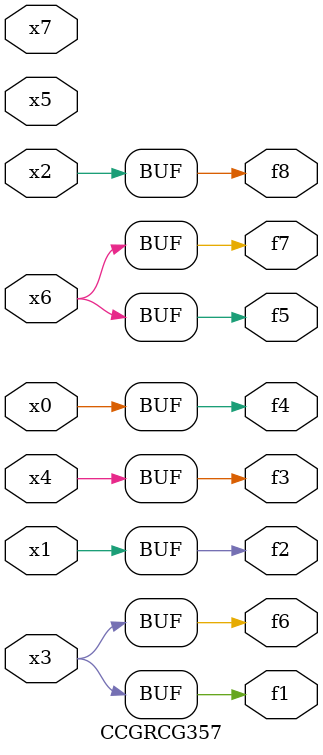
<source format=v>
module CCGRCG357(
	input x0, x1, x2, x3, x4, x5, x6, x7,
	output f1, f2, f3, f4, f5, f6, f7, f8
);
	assign f1 = x3;
	assign f2 = x1;
	assign f3 = x4;
	assign f4 = x0;
	assign f5 = x6;
	assign f6 = x3;
	assign f7 = x6;
	assign f8 = x2;
endmodule

</source>
